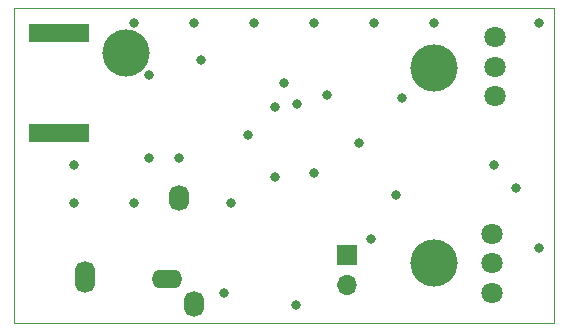
<source format=gbr>
G04 #@! TF.GenerationSoftware,KiCad,Pcbnew,(5.99.0-8616-g1e9639e89c)*
G04 #@! TF.CreationDate,2021-02-03T17:52:52+01:00*
G04 #@! TF.ProjectId,sinitsa,616c6c62-616e-4642-9e6b-696361645f70,rev?*
G04 #@! TF.SameCoordinates,Original*
G04 #@! TF.FileFunction,Soldermask,Bot*
G04 #@! TF.FilePolarity,Negative*
%FSLAX46Y46*%
G04 Gerber Fmt 4.6, Leading zero omitted, Abs format (unit mm)*
G04 Created by KiCad (PCBNEW (5.99.0-8616-g1e9639e89c)) date 2021-02-03 17:52:52*
%MOMM*%
%LPD*%
G01*
G04 APERTURE LIST*
G04 #@! TA.AperFunction,Profile*
%ADD10C,0.050000*%
G04 #@! TD*
%ADD11O,2.600000X1.600000*%
%ADD12O,1.700000X2.200000*%
%ADD13O,1.700000X2.700000*%
%ADD14R,1.700000X1.700000*%
%ADD15O,1.700000X1.700000*%
%ADD16C,1.800000*%
%ADD17R,5.080000X1.500000*%
%ADD18C,4.000000*%
%ADD19C,0.800000*%
G04 APERTURE END LIST*
D10*
X96520000Y-105410000D02*
X96520000Y-132080000D01*
X142240000Y-105410000D02*
X142240000Y-132080000D01*
X96520000Y-132080000D02*
X142240000Y-132080000D01*
X142240000Y-105410000D02*
X96520000Y-105410000D01*
D11*
G04 #@! TO.C,J2*
X109517000Y-128384000D03*
D12*
X111817000Y-130484000D03*
D13*
X102517000Y-128184000D03*
D12*
X110517000Y-121484000D03*
G04 #@! TD*
D14*
G04 #@! TO.C,BAT1*
X124714000Y-126365000D03*
D15*
X124714000Y-128905000D03*
G04 #@! TD*
D16*
G04 #@! TO.C,R18*
X137287000Y-112903000D03*
X137287000Y-110403000D03*
X137287000Y-107903000D03*
G04 #@! TD*
G04 #@! TO.C,R20*
X137033000Y-129540000D03*
X137033000Y-127040000D03*
X137033000Y-124540000D03*
G04 #@! TD*
D17*
G04 #@! TO.C,X1*
X100330000Y-107510000D03*
X100330000Y-116010000D03*
G04 #@! TD*
D18*
X106045000Y-109220000D03*
D19*
X140970000Y-106680000D03*
X120396000Y-130556000D03*
X139065000Y-120650000D03*
X121920000Y-106680000D03*
X111760000Y-106680000D03*
D18*
X132080000Y-110490000D03*
D19*
X107950000Y-111125000D03*
X127000000Y-106680000D03*
X128905000Y-121285000D03*
D18*
X132080000Y-127000000D03*
D19*
X106680000Y-106680000D03*
X101600000Y-118745000D03*
X119380000Y-111760000D03*
X140970000Y-125730000D03*
X114935000Y-121920000D03*
X114300000Y-129540000D03*
X106680000Y-121920000D03*
X116840000Y-106680000D03*
X132080000Y-106680000D03*
X101600000Y-121920000D03*
X125730000Y-116840000D03*
X129413000Y-113030000D03*
X110490000Y-118110000D03*
X121920000Y-119380000D03*
X123063000Y-112776000D03*
X137160000Y-118745000D03*
X112395000Y-109855000D03*
X126746000Y-124968000D03*
X116332000Y-116205000D03*
X120523000Y-113538000D03*
X118618000Y-113792000D03*
X118618000Y-119761000D03*
X107950000Y-118110000D03*
M02*

</source>
